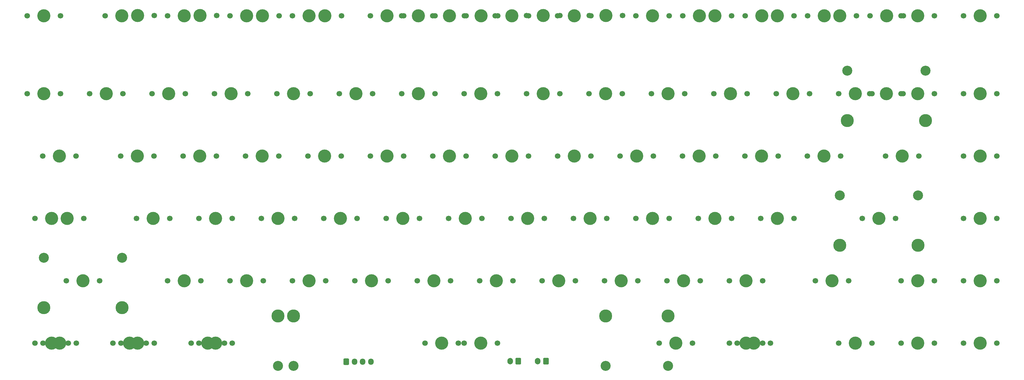
<source format=gbr>
%TF.GenerationSoftware,KiCad,Pcbnew,8.99.0-2206-gee77d06be7*%
%TF.CreationDate,2024-10-02T02:50:37+07:00*%
%TF.ProjectId,75\u0025,3735252e-6b69-4636-9164-5f7063625858,rev?*%
%TF.SameCoordinates,Original*%
%TF.FileFunction,Soldermask,Top*%
%TF.FilePolarity,Negative*%
%FSLAX46Y46*%
G04 Gerber Fmt 4.6, Leading zero omitted, Abs format (unit mm)*
G04 Created by KiCad (PCBNEW 8.99.0-2206-gee77d06be7) date 2024-10-02 02:50:37*
%MOMM*%
%LPD*%
G01*
G04 APERTURE LIST*
G04 Aperture macros list*
%AMRoundRect*
0 Rectangle with rounded corners*
0 $1 Rounding radius*
0 $2 $3 $4 $5 $6 $7 $8 $9 X,Y pos of 4 corners*
0 Add a 4 corners polygon primitive as box body*
4,1,4,$2,$3,$4,$5,$6,$7,$8,$9,$2,$3,0*
0 Add four circle primitives for the rounded corners*
1,1,$1+$1,$2,$3*
1,1,$1+$1,$4,$5*
1,1,$1+$1,$6,$7*
1,1,$1+$1,$8,$9*
0 Add four rect primitives between the rounded corners*
20,1,$1+$1,$2,$3,$4,$5,0*
20,1,$1+$1,$4,$5,$6,$7,0*
20,1,$1+$1,$6,$7,$8,$9,0*
20,1,$1+$1,$8,$9,$2,$3,0*%
G04 Aperture macros list end*
%ADD10C,1.700000*%
%ADD11C,4.000000*%
%ADD12RoundRect,0.250000X-0.600000X-0.725000X0.600000X-0.725000X0.600000X0.725000X-0.600000X0.725000X0*%
%ADD13O,1.700000X1.950000*%
%ADD14C,3.987800*%
%ADD15C,3.048000*%
%ADD16RoundRect,0.250000X0.600000X0.750000X-0.600000X0.750000X-0.600000X-0.750000X0.600000X-0.750000X0*%
%ADD17O,1.700000X2.000000*%
G04 APERTURE END LIST*
D10*
%TO.C,SW93*%
X214020000Y-10000D03*
D11*
X219100000Y-10000D03*
D10*
X224180000Y-10000D03*
%TD*%
%TO.C,SW101*%
X209240000Y-100020000D03*
D11*
X214320000Y-100020000D03*
D10*
X219400000Y-100020000D03*
%TD*%
%TO.C,SW88*%
X242570000Y-100012500D03*
D11*
X247650000Y-100012500D03*
D10*
X252730000Y-100012500D03*
%TD*%
%TO.C,SW10*%
X180657500Y0D03*
D11*
X185737500Y0D03*
D10*
X190817500Y0D03*
%TD*%
%TO.C,SW34*%
X61595000Y-42862500D03*
D11*
X66675000Y-42862500D03*
D10*
X71755000Y-42862500D03*
%TD*%
%TO.C,SW27*%
X204470000Y-23812500D03*
D11*
X209550000Y-23812500D03*
D10*
X214630000Y-23812500D03*
%TD*%
%TO.C,SW65*%
X94932500Y-80962500D03*
D11*
X100012500Y-80962500D03*
D10*
X105092500Y-80962500D03*
%TD*%
%TO.C,SW33*%
X42545000Y-42862500D03*
D11*
X47625000Y-42862500D03*
D10*
X52705000Y-42862500D03*
%TD*%
%TO.C,SW95*%
X252120000Y0D03*
D11*
X257200000Y0D03*
D10*
X262280000Y0D03*
%TD*%
%TO.C,SW44*%
X256858000Y-42862500D03*
D11*
X261938000Y-42862500D03*
D10*
X267018000Y-42862500D03*
%TD*%
%TO.C,SW9*%
X156845000Y0D03*
D11*
X161925000Y0D03*
D10*
X167005000Y0D03*
%TD*%
%TO.C,SW6*%
X99695000Y0D03*
D11*
X104775000Y0D03*
D10*
X109855000Y0D03*
%TD*%
%TO.C,SW90*%
X280670000Y-100012500D03*
D11*
X285750000Y-100012500D03*
D10*
X290830000Y-100012500D03*
%TD*%
%TO.C,SW80*%
X80660000Y0D03*
D11*
X85740000Y0D03*
D10*
X90820000Y0D03*
%TD*%
%TO.C,SW2*%
X18732500Y0D03*
D11*
X23812500Y0D03*
D10*
X28892500Y0D03*
%TD*%
%TO.C,SW32*%
X23495000Y-42862500D03*
D11*
X28575000Y-42862500D03*
D10*
X33655000Y-42862500D03*
%TD*%
%TO.C,SW46*%
X2064000Y-61912500D03*
D11*
X7144000Y-61912500D03*
D10*
X12224000Y-61912500D03*
%TD*%
%TO.C,SW23*%
X128270000Y-23812500D03*
D11*
X133350000Y-23812500D03*
D10*
X138430000Y-23812500D03*
%TD*%
D12*
%TO.C,J1*%
X92300000Y-105700000D03*
D13*
X94800000Y-105700000D03*
X97300000Y-105700000D03*
X99800000Y-105700000D03*
%TD*%
D10*
%TO.C,SW48*%
X47307500Y-61912500D03*
D11*
X52387500Y-61912500D03*
D10*
X57467500Y-61912500D03*
%TD*%
%TO.C,SW49*%
X66357500Y-61912500D03*
D11*
X71437500Y-61912500D03*
D10*
X76517500Y-61912500D03*
%TD*%
%TO.C,SW18*%
X33020000Y-23812500D03*
D11*
X38100000Y-23812500D03*
D10*
X43180000Y-23812500D03*
%TD*%
%TO.C,SW52*%
X123507500Y-61912500D03*
D11*
X128587500Y-61912500D03*
D10*
X133667500Y-61912500D03*
%TD*%
%TO.C,SW15*%
X280670000Y0D03*
D11*
X285750000Y0D03*
D10*
X290830000Y0D03*
%TD*%
%TO.C,SW35*%
X80645000Y-42862500D03*
D11*
X85725000Y-42862500D03*
D10*
X90805000Y-42862500D03*
%TD*%
%TO.C,SW92*%
X194980000Y0D03*
D11*
X200060000Y0D03*
D10*
X205140000Y0D03*
%TD*%
%TO.C,SW78*%
X44926000Y-100012500D03*
D11*
X50006000Y-100012500D03*
D10*
X55086000Y-100012500D03*
%TD*%
%TO.C,SW79*%
X61610000Y0D03*
D11*
X66690000Y0D03*
D10*
X71770000Y0D03*
%TD*%
%TO.C,SW97*%
X23530000Y-100015000D03*
D11*
X28610000Y-100015000D03*
D10*
X33690000Y-100015000D03*
%TD*%
%TO.C,SW70*%
X190182500Y-80962500D03*
D11*
X195262500Y-80962500D03*
D10*
X200342500Y-80962500D03*
%TD*%
%TO.C,SW4*%
X56832500Y0D03*
D11*
X61912500Y0D03*
D10*
X66992500Y0D03*
%TD*%
%TO.C,SW94*%
X233070000Y0D03*
D11*
X238150000Y0D03*
D10*
X243230000Y0D03*
%TD*%
%TO.C,SW31*%
X-317000Y-42862500D03*
D11*
X4763000Y-42862500D03*
D10*
X9843000Y-42862500D03*
%TD*%
%TO.C,SW20*%
X71120000Y-23812500D03*
D11*
X76200000Y-23812500D03*
D10*
X81280000Y-23812500D03*
%TD*%
%TO.C,SW7*%
X118745000Y0D03*
D11*
X123825000Y0D03*
D10*
X128905000Y0D03*
%TD*%
%TO.C,SW74*%
X42570000Y10000D03*
D11*
X47650000Y10000D03*
D10*
X52730000Y10000D03*
%TD*%
%TO.C,SW54*%
X161607500Y-61912500D03*
D11*
X166687500Y-61912500D03*
D10*
X171767500Y-61912500D03*
%TD*%
%TO.C,SW86*%
X211613500Y-100012500D03*
D11*
X216693500Y-100012500D03*
D10*
X221773500Y-100012500D03*
%TD*%
%TO.C,SW26*%
X185420000Y-23812500D03*
D11*
X190500000Y-23812500D03*
D10*
X195580000Y-23812500D03*
%TD*%
%TO.C,SW73*%
X261620000Y-80962500D03*
D11*
X266700000Y-80962500D03*
D10*
X271780000Y-80962500D03*
%TD*%
%TO.C,SW66*%
X113982500Y-80962500D03*
D11*
X119062500Y-80962500D03*
D10*
X124142500Y-80962500D03*
%TD*%
%TO.C,SW19*%
X52070000Y-23812500D03*
D11*
X57150000Y-23812500D03*
D10*
X62230000Y-23812500D03*
%TD*%
%TO.C,SW50*%
X85407500Y-61912500D03*
D11*
X90487500Y-61912500D03*
D10*
X95567500Y-61912500D03*
%TD*%
%TO.C,SW67*%
X133032500Y-80962500D03*
D11*
X138112500Y-80962500D03*
D10*
X143192500Y-80962500D03*
%TD*%
D14*
%TO.C,SW99*%
X76210000Y-91760000D03*
D15*
X76210000Y-107000000D03*
D10*
X128280000Y-100015000D03*
D11*
X133360000Y-100015000D03*
D10*
X138440000Y-100015000D03*
D14*
X190510000Y-91760000D03*
D15*
X190510000Y-107000000D03*
%TD*%
D10*
%TO.C,SW57*%
X218757500Y-61912500D03*
D11*
X223837500Y-61912500D03*
D10*
X228917500Y-61912500D03*
%TD*%
%TO.C,SW41*%
X194945000Y-42862500D03*
D11*
X200025000Y-42862500D03*
D10*
X205105000Y-42862500D03*
%TD*%
%TO.C,SW51*%
X104457500Y-61912500D03*
D11*
X109537500Y-61912500D03*
D10*
X114617500Y-61912500D03*
%TD*%
D14*
%TO.C,SW82*%
X71443600Y-91757500D03*
D15*
X71443600Y-106997500D03*
D10*
X116363500Y-100012500D03*
D11*
X121443500Y-100012500D03*
D10*
X126523500Y-100012500D03*
D14*
X171443400Y-91757500D03*
D15*
X171443400Y-106997500D03*
%TD*%
D10*
%TO.C,SW25*%
X166370000Y-23812500D03*
D11*
X171450000Y-23812500D03*
D10*
X176530000Y-23812500D03*
%TD*%
%TO.C,SW28*%
X223520000Y-23812500D03*
D11*
X228600000Y-23812500D03*
D10*
X233680000Y-23812500D03*
%TD*%
%TO.C,SW72*%
X235426500Y-80962500D03*
D11*
X240506500Y-80962500D03*
D10*
X245586500Y-80962500D03*
%TD*%
%TO.C,SW89*%
X261620000Y-100012500D03*
D11*
X266700000Y-100012500D03*
D10*
X271780000Y-100012500D03*
%TD*%
%TO.C,SW13*%
X237807500Y0D03*
D11*
X242887500Y0D03*
D10*
X247967500Y0D03*
%TD*%
D16*
%TO.C,SWboot1*%
X144810000Y-105490000D03*
D17*
X142310000Y-105490000D03*
%TD*%
D10*
%TO.C,SW38*%
X137795000Y-42862500D03*
D11*
X142875000Y-42862500D03*
D10*
X147955000Y-42862500D03*
%TD*%
%TO.C,SW16*%
X-5080000Y-23812500D03*
D11*
X0Y-23812500D03*
D10*
X5080000Y-23812500D03*
%TD*%
%TO.C,SW3*%
X37782500Y0D03*
D11*
X42862500Y0D03*
D10*
X47942500Y0D03*
%TD*%
%TO.C,SW1*%
X-5080000Y0D03*
D11*
X0Y0D03*
D10*
X5080000Y0D03*
%TD*%
%TO.C,SW84*%
X147360000Y10000D03*
D11*
X152440000Y10000D03*
D10*
X157520000Y10000D03*
%TD*%
%TO.C,SW40*%
X175895000Y-42862500D03*
D11*
X180975000Y-42862500D03*
D10*
X186055000Y-42862500D03*
%TD*%
%TO.C,SW60*%
X280670000Y-61912500D03*
D11*
X285750000Y-61912500D03*
D10*
X290830000Y-61912500D03*
%TD*%
%TO.C,SW55*%
X180657500Y-61912500D03*
D11*
X185737500Y-61912500D03*
D10*
X190817500Y-61912500D03*
%TD*%
%TO.C,SW91*%
X166420000Y10000D03*
D11*
X171500000Y10000D03*
D10*
X176580000Y10000D03*
%TD*%
%TO.C,SW76*%
X-2699000Y-100012500D03*
D11*
X2381000Y-100012500D03*
D10*
X7461000Y-100012500D03*
%TD*%
%TO.C,SW96*%
X-270000Y-100020000D03*
D11*
X4810000Y-100020000D03*
D10*
X9890000Y-100020000D03*
%TD*%
%TO.C,SW12*%
X218757500Y0D03*
D11*
X223837500Y0D03*
D10*
X228917500Y0D03*
%TD*%
%TO.C,SW75*%
X280670000Y-80962500D03*
D11*
X285750000Y-80962500D03*
D10*
X290830000Y-80962500D03*
%TD*%
%TO.C,SW71*%
X209232500Y-80962500D03*
D11*
X214312500Y-80962500D03*
D10*
X219392500Y-80962500D03*
%TD*%
%TO.C,SW87*%
X261620000Y-23812500D03*
D11*
X266700000Y-23812500D03*
D10*
X271780000Y-23812500D03*
%TD*%
%TO.C,SW98*%
X47320000Y-100030000D03*
D11*
X52400000Y-100030000D03*
D10*
X57480000Y-100030000D03*
%TD*%
D16*
%TO.C,SWboot2*%
X153220000Y-105490000D03*
D17*
X150720000Y-105490000D03*
%TD*%
D10*
%TO.C,SW47*%
X28257500Y-61912500D03*
D11*
X33337500Y-61912500D03*
D10*
X38417500Y-61912500D03*
%TD*%
%TO.C,SW37*%
X118745000Y-42862500D03*
D11*
X123825000Y-42862500D03*
D10*
X128905000Y-42862500D03*
%TD*%
%TO.C,SW56*%
X199707500Y-61912500D03*
D11*
X204787500Y-61912500D03*
D10*
X209867500Y-61912500D03*
%TD*%
%TO.C,SW21*%
X90170000Y-23812500D03*
D11*
X95250000Y-23812500D03*
D10*
X100330000Y-23812500D03*
%TD*%
%TO.C,SW39*%
X156845000Y-42862500D03*
D11*
X161925000Y-42862500D03*
D10*
X167005000Y-42862500D03*
%TD*%
D15*
%TO.C,SW61*%
X42600Y-73977500D03*
D14*
X42600Y-89217500D03*
D10*
X6900600Y-80962500D03*
D11*
X11980600Y-80962500D03*
D10*
X17060600Y-80962500D03*
D15*
X23918600Y-73977500D03*
D14*
X23918600Y-89217500D03*
%TD*%
D10*
%TO.C,SW45*%
X280670000Y-42862500D03*
D11*
X285750000Y-42862500D03*
D10*
X290830000Y-42862500D03*
%TD*%
%TO.C,SW53*%
X142557500Y-61912500D03*
D11*
X147637500Y-61912500D03*
D10*
X152717500Y-61912500D03*
%TD*%
%TO.C,SW59*%
X23540000Y20000D03*
D11*
X28620000Y20000D03*
D10*
X33700000Y20000D03*
%TD*%
%TO.C,SW69*%
X171132500Y-80962500D03*
D11*
X176212500Y-80962500D03*
D10*
X181292500Y-80962500D03*
%TD*%
%TO.C,SW81*%
X109260000Y-10000D03*
D11*
X114340000Y-10000D03*
D10*
X119420000Y-10000D03*
%TD*%
%TO.C,SW22*%
X109220000Y-23812500D03*
D11*
X114300000Y-23812500D03*
D10*
X119380000Y-23812500D03*
%TD*%
%TO.C,SW11*%
X199707500Y0D03*
D11*
X204787500Y0D03*
D10*
X209867500Y0D03*
%TD*%
%TO.C,SW14*%
X261620000Y0D03*
D11*
X266700000Y0D03*
D10*
X271780000Y0D03*
%TD*%
%TO.C,SW30*%
X280670000Y-23812500D03*
D11*
X285750000Y-23812500D03*
D10*
X290830000Y-23812500D03*
%TD*%
%TO.C,SW68*%
X152082500Y-80962500D03*
D11*
X157162500Y-80962500D03*
D10*
X162242500Y-80962500D03*
%TD*%
%TO.C,SW83*%
X128320000Y0D03*
D11*
X133400000Y0D03*
D10*
X138480000Y0D03*
%TD*%
%TO.C,SW17*%
X13970000Y-23812500D03*
D11*
X19050000Y-23812500D03*
D10*
X24130000Y-23812500D03*
%TD*%
%TO.C,SW100*%
X-2699000Y-61912500D03*
D11*
X2381000Y-61912500D03*
D10*
X7461000Y-61912500D03*
%TD*%
%TO.C,SW43*%
X233045000Y-42862500D03*
D11*
X238125000Y-42862500D03*
D10*
X243205000Y-42862500D03*
%TD*%
D15*
%TO.C,SW58*%
X242930100Y-54927500D03*
D14*
X242930100Y-70167500D03*
D10*
X249788100Y-61912500D03*
D11*
X254868100Y-61912500D03*
D10*
X259948100Y-61912500D03*
D15*
X266806100Y-54927500D03*
D14*
X266806100Y-70167500D03*
%TD*%
D10*
%TO.C,SW64*%
X75882500Y-80962500D03*
D11*
X80962500Y-80962500D03*
D10*
X86042500Y-80962500D03*
%TD*%
%TO.C,SW63*%
X56832500Y-80962500D03*
D11*
X61912500Y-80962500D03*
D10*
X66992500Y-80962500D03*
%TD*%
%TO.C,SW77*%
X21113500Y-100012500D03*
D11*
X26193500Y-100012500D03*
D10*
X31273500Y-100012500D03*
%TD*%
%TO.C,SW36*%
X99695000Y-42862500D03*
D11*
X104775000Y-42862500D03*
D10*
X109855000Y-42862500D03*
%TD*%
D15*
%TO.C,SW1001*%
X245237000Y-16827500D03*
D14*
X245237000Y-32067500D03*
D10*
X252095000Y-23812500D03*
D11*
X257175000Y-23812500D03*
D10*
X262255000Y-23812500D03*
D15*
X269113000Y-16827500D03*
D14*
X269113000Y-32067500D03*
%TD*%
D10*
%TO.C,SW24*%
X147320000Y-23812500D03*
D11*
X152400000Y-23812500D03*
D10*
X157480000Y-23812500D03*
%TD*%
%TO.C,SW8*%
X137795000Y0D03*
D11*
X142875000Y0D03*
D10*
X147955000Y0D03*
%TD*%
%TO.C,SW29*%
X242570000Y-23812500D03*
D11*
X247650000Y-23812500D03*
D10*
X252730000Y-23812500D03*
%TD*%
%TO.C,SW5*%
X75882500Y0D03*
D11*
X80962500Y0D03*
D10*
X86042500Y0D03*
%TD*%
%TO.C,SW85*%
X187801000Y-100012500D03*
D11*
X192881000Y-100012500D03*
D10*
X197961000Y-100012500D03*
%TD*%
%TO.C,SW62*%
X37782500Y-80962500D03*
D11*
X42862500Y-80962500D03*
D10*
X47942500Y-80962500D03*
%TD*%
%TO.C,SW42*%
X213995000Y-42862500D03*
D11*
X219075000Y-42862500D03*
D10*
X224155000Y-42862500D03*
%TD*%
M02*

</source>
